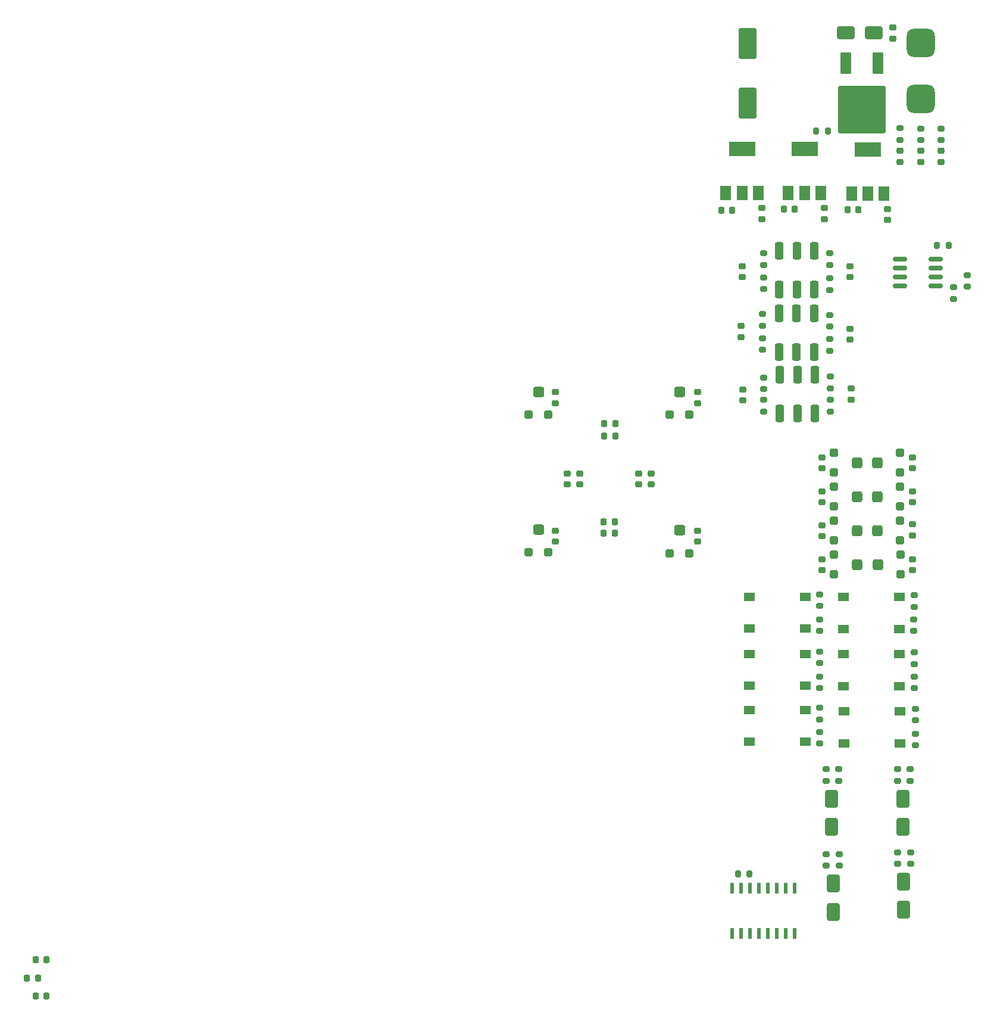
<source format=gbr>
%TF.GenerationSoftware,KiCad,Pcbnew,7.0.1-0*%
%TF.CreationDate,2023-04-25T11:16:22+01:00*%
%TF.ProjectId,Main-Craft-PCB,4d61696e-2d43-4726-9166-742d5043422e,rev?*%
%TF.SameCoordinates,Original*%
%TF.FileFunction,Paste,Top*%
%TF.FilePolarity,Positive*%
%FSLAX46Y46*%
G04 Gerber Fmt 4.6, Leading zero omitted, Abs format (unit mm)*
G04 Created by KiCad (PCBNEW 7.0.1-0) date 2023-04-25 11:16:22*
%MOMM*%
%LPD*%
G01*
G04 APERTURE LIST*
G04 Aperture macros list*
%AMRoundRect*
0 Rectangle with rounded corners*
0 $1 Rounding radius*
0 $2 $3 $4 $5 $6 $7 $8 $9 X,Y pos of 4 corners*
0 Add a 4 corners polygon primitive as box body*
4,1,4,$2,$3,$4,$5,$6,$7,$8,$9,$2,$3,0*
0 Add four circle primitives for the rounded corners*
1,1,$1+$1,$2,$3*
1,1,$1+$1,$4,$5*
1,1,$1+$1,$6,$7*
1,1,$1+$1,$8,$9*
0 Add four rect primitives between the rounded corners*
20,1,$1+$1,$2,$3,$4,$5,0*
20,1,$1+$1,$4,$5,$6,$7,0*
20,1,$1+$1,$6,$7,$8,$9,0*
20,1,$1+$1,$8,$9,$2,$3,0*%
G04 Aperture macros list end*
%ADD10RoundRect,0.300000X-0.300000X0.300000X-0.300000X-0.300000X0.300000X-0.300000X0.300000X0.300000X0*%
%ADD11RoundRect,0.375000X-0.375000X0.425000X-0.375000X-0.425000X0.375000X-0.425000X0.375000X0.425000X0*%
%ADD12RoundRect,0.218750X0.218750X0.256250X-0.218750X0.256250X-0.218750X-0.256250X0.218750X-0.256250X0*%
%ADD13RoundRect,0.200000X0.275000X-0.200000X0.275000X0.200000X-0.275000X0.200000X-0.275000X-0.200000X0*%
%ADD14RoundRect,0.250000X0.650000X-1.000000X0.650000X1.000000X-0.650000X1.000000X-0.650000X-1.000000X0*%
%ADD15RoundRect,0.225000X-0.250000X0.225000X-0.250000X-0.225000X0.250000X-0.225000X0.250000X0.225000X0*%
%ADD16RoundRect,0.218750X0.256250X-0.218750X0.256250X0.218750X-0.256250X0.218750X-0.256250X-0.218750X0*%
%ADD17RoundRect,0.225000X-0.225000X-0.250000X0.225000X-0.250000X0.225000X0.250000X-0.225000X0.250000X0*%
%ADD18RoundRect,0.200000X-0.275000X0.200000X-0.275000X-0.200000X0.275000X-0.200000X0.275000X0.200000X0*%
%ADD19RoundRect,0.218750X-0.218750X-0.256250X0.218750X-0.256250X0.218750X0.256250X-0.218750X0.256250X0*%
%ADD20R,1.550000X1.300000*%
%ADD21RoundRect,0.162500X0.825000X0.162500X-0.825000X0.162500X-0.825000X-0.162500X0.825000X-0.162500X0*%
%ADD22RoundRect,0.137500X-0.137500X0.662500X-0.137500X-0.662500X0.137500X-0.662500X0.137500X0.662500X0*%
%ADD23RoundRect,0.300000X0.300000X-0.950000X0.300000X0.950000X-0.300000X0.950000X-0.300000X-0.950000X0*%
%ADD24RoundRect,0.100000X0.700000X-1.400000X0.700000X1.400000X-0.700000X1.400000X-0.700000X-1.400000X0*%
%ADD25RoundRect,0.100000X3.250000X-3.250000X3.250000X3.250000X-3.250000X3.250000X-3.250000X-3.250000X0*%
%ADD26RoundRect,0.225000X0.250000X-0.225000X0.250000X0.225000X-0.250000X0.225000X-0.250000X-0.225000X0*%
%ADD27RoundRect,0.300000X0.300000X-0.300000X0.300000X0.300000X-0.300000X0.300000X-0.300000X-0.300000X0*%
%ADD28RoundRect,0.375000X0.375000X-0.425000X0.375000X0.425000X-0.375000X0.425000X-0.375000X-0.425000X0*%
%ADD29RoundRect,0.250000X-1.000000X-0.650000X1.000000X-0.650000X1.000000X0.650000X-1.000000X0.650000X0*%
%ADD30RoundRect,0.300000X-0.300000X-0.300000X0.300000X-0.300000X0.300000X0.300000X-0.300000X0.300000X0*%
%ADD31RoundRect,0.375000X-0.425000X-0.375000X0.425000X-0.375000X0.425000X0.375000X-0.425000X0.375000X0*%
%ADD32RoundRect,0.200000X-0.200000X-0.275000X0.200000X-0.275000X0.200000X0.275000X-0.200000X0.275000X0*%
%ADD33RoundRect,0.218750X-0.256250X0.218750X-0.256250X-0.218750X0.256250X-0.218750X0.256250X0.218750X0*%
%ADD34RoundRect,0.200000X0.200000X0.275000X-0.200000X0.275000X-0.200000X-0.275000X0.200000X-0.275000X0*%
%ADD35R,1.500000X2.000000*%
%ADD36R,3.800000X2.000000*%
%ADD37RoundRect,1.000000X-1.000000X1.000000X-1.000000X-1.000000X1.000000X-1.000000X1.000000X1.000000X0*%
%ADD38RoundRect,0.250000X-1.000000X1.950000X-1.000000X-1.950000X1.000000X-1.950000X1.000000X1.950000X0*%
G04 APERTURE END LIST*
D10*
%TO.C,RV8*%
X180467000Y-94990000D03*
D11*
X183717000Y-96390000D03*
D10*
X180467000Y-97790000D03*
%TD*%
D12*
%TO.C,D20*%
X149250500Y-91948000D03*
X147675500Y-91948000D03*
%TD*%
D13*
%TO.C,R30*%
X191897000Y-110517000D03*
X191897000Y-108867000D03*
%TD*%
D14*
%TO.C,D9*%
X180086000Y-133635000D03*
X180086000Y-129635000D03*
%TD*%
D15*
%TO.C,C6*%
X178764000Y-85963000D03*
X178764000Y-87513000D03*
%TD*%
D16*
%TO.C,D22*%
X154432000Y-84988500D03*
X154432000Y-83413500D03*
%TD*%
D17*
%TO.C,C33*%
X182359000Y-45974000D03*
X183909000Y-45974000D03*
%TD*%
D15*
%TO.C,C5*%
X178764000Y-81137000D03*
X178764000Y-82687000D03*
%TD*%
D18*
%TO.C,R54*%
X192786000Y-34379500D03*
X192786000Y-36029500D03*
%TD*%
D19*
%TO.C,D29*%
X65633500Y-155144000D03*
X67208500Y-155144000D03*
%TD*%
D18*
%TO.C,R17*%
X179832000Y-64326000D03*
X179832000Y-65976000D03*
%TD*%
%TO.C,R22*%
X179324000Y-137541000D03*
X179324000Y-139191000D03*
%TD*%
D15*
%TO.C,C32*%
X161036000Y-91554000D03*
X161036000Y-93104000D03*
%TD*%
D18*
%TO.C,R6*%
X170307000Y-60770000D03*
X170307000Y-62420000D03*
%TD*%
D19*
%TO.C,D31*%
X66878000Y-157734000D03*
X68453000Y-157734000D03*
%TD*%
D13*
%TO.C,R28*%
X178397000Y-118391000D03*
X178397000Y-116741000D03*
%TD*%
%TO.C,R27*%
X178397000Y-110390000D03*
X178397000Y-108740000D03*
%TD*%
D20*
%TO.C,BTN_3*%
X168415000Y-117058000D03*
X176365000Y-117058000D03*
X168415000Y-121558000D03*
X176365000Y-121558000D03*
%TD*%
D13*
%TO.C,R37*%
X191770000Y-105818000D03*
X191770000Y-104168000D03*
%TD*%
D21*
%TO.C,U5*%
X194942500Y-56769000D03*
X194942500Y-55499000D03*
X194942500Y-54229000D03*
X194942500Y-52959000D03*
X189867500Y-52959000D03*
X189867500Y-54229000D03*
X189867500Y-55499000D03*
X189867500Y-56769000D03*
%TD*%
D13*
%TO.C,R36*%
X178397000Y-121820000D03*
X178397000Y-120170000D03*
%TD*%
D22*
%TO.C,U4*%
X174879000Y-142344000D03*
X173609000Y-142344000D03*
X172339000Y-142344000D03*
X171069000Y-142344000D03*
X169799000Y-142344000D03*
X168529000Y-142344000D03*
X167259000Y-142344000D03*
X165989000Y-142344000D03*
X165989000Y-148844000D03*
X167259000Y-148844000D03*
X168529000Y-148844000D03*
X169799000Y-148844000D03*
X171069000Y-148844000D03*
X172339000Y-148844000D03*
X173609000Y-148844000D03*
X174879000Y-148844000D03*
%TD*%
D23*
%TO.C,SW_3*%
X172760000Y-69386000D03*
X172760000Y-74886000D03*
X175260000Y-69386000D03*
X175260000Y-74886000D03*
X177760000Y-69386000D03*
X177760000Y-74886000D03*
%TD*%
D15*
%TO.C,C12*%
X182753000Y-62839000D03*
X182753000Y-64389000D03*
%TD*%
D24*
%TO.C,Q15*%
X186704000Y-25100000D03*
D25*
X184404000Y-31750000D03*
D24*
X182104000Y-25100000D03*
%TD*%
D26*
%TO.C,C26*%
X140843000Y-73419000D03*
X140843000Y-71869000D03*
%TD*%
D10*
%TO.C,RV7*%
X180467000Y-90164000D03*
D11*
X183717000Y-91564000D03*
D10*
X180467000Y-92964000D03*
%TD*%
D13*
%TO.C,R4*%
X170434000Y-57213000D03*
X170434000Y-55563000D03*
%TD*%
D15*
%TO.C,C8*%
X178764000Y-95615000D03*
X178764000Y-97165000D03*
%TD*%
D10*
%TO.C,RV6*%
X180467000Y-85338000D03*
D11*
X183717000Y-86738000D03*
D10*
X180467000Y-88138000D03*
%TD*%
D18*
%TO.C,R9*%
X179959000Y-69660000D03*
X179959000Y-71310000D03*
%TD*%
D27*
%TO.C,RV4*%
X189939000Y-97793000D03*
D28*
X186689000Y-96393000D03*
D27*
X189939000Y-94993000D03*
%TD*%
D18*
%TO.C,R13*%
X191389000Y-137287000D03*
X191389000Y-138937000D03*
%TD*%
D29*
%TO.C,D30*%
X182150000Y-20828000D03*
X186150000Y-20828000D03*
%TD*%
D18*
%TO.C,R18*%
X170434000Y-72962000D03*
X170434000Y-74612000D03*
%TD*%
D30*
%TO.C,RV12*%
X157096000Y-94764000D03*
D31*
X158496000Y-91514000D03*
D30*
X159896000Y-94764000D03*
%TD*%
D20*
%TO.C,BTN_5*%
X181826000Y-109129000D03*
X189776000Y-109129000D03*
X181826000Y-113629000D03*
X189776000Y-113629000D03*
%TD*%
D19*
%TO.C,D28*%
X66878000Y-152554000D03*
X68453000Y-152554000D03*
%TD*%
D13*
%TO.C,R14*%
X170434000Y-53784000D03*
X170434000Y-52134000D03*
%TD*%
D32*
%TO.C,R1*%
X195136000Y-51054000D03*
X196786000Y-51054000D03*
%TD*%
D16*
%TO.C,D12*%
X142494000Y-84988500D03*
X142494000Y-83413500D03*
%TD*%
%TO.C,D11*%
X144272000Y-84988500D03*
X144272000Y-83413500D03*
%TD*%
D33*
%TO.C,D25*%
X195707000Y-37592000D03*
X195707000Y-39167000D03*
%TD*%
%TO.C,D26*%
X192786000Y-37592000D03*
X192786000Y-39167000D03*
%TD*%
D27*
%TO.C,RV1*%
X189864000Y-83312000D03*
D28*
X186614000Y-81912000D03*
D27*
X189864000Y-80512000D03*
%TD*%
D26*
%TO.C,C2*%
X191620000Y-87513000D03*
X191620000Y-85963000D03*
%TD*%
D13*
%TO.C,R35*%
X178397000Y-113946000D03*
X178397000Y-112296000D03*
%TD*%
D18*
%TO.C,R11*%
X191262000Y-125476000D03*
X191262000Y-127126000D03*
%TD*%
%TO.C,R19*%
X179959000Y-72962000D03*
X179959000Y-74612000D03*
%TD*%
D10*
%TO.C,RV5*%
X180467000Y-80512000D03*
D11*
X183717000Y-81912000D03*
D10*
X180467000Y-83312000D03*
%TD*%
D30*
%TO.C,RV9*%
X137030000Y-75079000D03*
D31*
X138430000Y-71829000D03*
D30*
X139830000Y-75079000D03*
%TD*%
D18*
%TO.C,R55*%
X189865000Y-34341000D03*
X189865000Y-35991000D03*
%TD*%
D14*
%TO.C,D10*%
X180340000Y-145732000D03*
X180340000Y-141732000D03*
%TD*%
D26*
%TO.C,C13*%
X167513000Y-73038000D03*
X167513000Y-71488000D03*
%TD*%
D23*
%TO.C,SW_1*%
X172673000Y-51816000D03*
X172673000Y-57316000D03*
X175173000Y-51816000D03*
X175173000Y-57316000D03*
X177673000Y-51816000D03*
X177673000Y-57316000D03*
%TD*%
D26*
%TO.C,C9*%
X167386000Y-55512000D03*
X167386000Y-53962000D03*
%TD*%
%TO.C,C11*%
X167259000Y-64021000D03*
X167259000Y-62471000D03*
%TD*%
D18*
%TO.C,R15*%
X179832000Y-55690000D03*
X179832000Y-57340000D03*
%TD*%
D12*
%TO.C,D19*%
X149250500Y-90297000D03*
X147675500Y-90297000D03*
%TD*%
D13*
%TO.C,R34*%
X178397000Y-105818000D03*
X178397000Y-104168000D03*
%TD*%
D18*
%TO.C,R2*%
X197485000Y-56960000D03*
X197485000Y-58610000D03*
%TD*%
D15*
%TO.C,C31*%
X161036000Y-71869000D03*
X161036000Y-73419000D03*
%TD*%
D18*
%TO.C,R21*%
X181102000Y-125476000D03*
X181102000Y-127126000D03*
%TD*%
D15*
%TO.C,C27*%
X140843000Y-91554000D03*
X140843000Y-93104000D03*
%TD*%
D12*
%TO.C,D23*%
X149377500Y-78105000D03*
X147802500Y-78105000D03*
%TD*%
D15*
%TO.C,C10*%
X182753000Y-53962000D03*
X182753000Y-55512000D03*
%TD*%
D13*
%TO.C,R31*%
X192024000Y-118518000D03*
X192024000Y-116868000D03*
%TD*%
D34*
%TO.C,R60*%
X179578000Y-34798000D03*
X177928000Y-34798000D03*
%TD*%
D30*
%TO.C,RV11*%
X157096000Y-75079000D03*
D31*
X158496000Y-71829000D03*
D30*
X159896000Y-75079000D03*
%TD*%
D26*
%TO.C,C4*%
X191620000Y-97165000D03*
X191620000Y-95615000D03*
%TD*%
D12*
%TO.C,D24*%
X149377500Y-76327000D03*
X147802500Y-76327000D03*
%TD*%
D27*
%TO.C,RV3*%
X189864000Y-92964000D03*
D28*
X186614000Y-91564000D03*
D27*
X189864000Y-90164000D03*
%TD*%
D15*
%TO.C,C28*%
X188101000Y-45809000D03*
X188101000Y-47359000D03*
%TD*%
%TO.C,C16*%
X188849000Y-20053000D03*
X188849000Y-21603000D03*
%TD*%
%TO.C,C7*%
X178764000Y-90789000D03*
X178764000Y-92339000D03*
%TD*%
D20*
%TO.C,BTN_6*%
X181915000Y-117257000D03*
X189865000Y-117257000D03*
X181915000Y-121757000D03*
X189865000Y-121757000D03*
%TD*%
D18*
%TO.C,R53*%
X195707000Y-34379500D03*
X195707000Y-36029500D03*
%TD*%
D16*
%TO.C,D21*%
X152654000Y-84988500D03*
X152654000Y-83413500D03*
%TD*%
D18*
%TO.C,R10*%
X189484000Y-125476000D03*
X189484000Y-127126000D03*
%TD*%
D13*
%TO.C,R26*%
X178397000Y-102262000D03*
X178397000Y-100612000D03*
%TD*%
D15*
%TO.C,C29*%
X179070000Y-45707000D03*
X179070000Y-47257000D03*
%TD*%
D14*
%TO.C,D7*%
X190246000Y-133635000D03*
X190246000Y-129635000D03*
%TD*%
D20*
%TO.C,BTN_2*%
X168453000Y-109093000D03*
X176403000Y-109093000D03*
X168453000Y-113593000D03*
X176403000Y-113593000D03*
%TD*%
D17*
%TO.C,C35*%
X164438000Y-45999000D03*
X165988000Y-45999000D03*
%TD*%
D26*
%TO.C,C1*%
X191620000Y-82687000D03*
X191620000Y-81137000D03*
%TD*%
D15*
%TO.C,C14*%
X182880000Y-71361000D03*
X182880000Y-72911000D03*
%TD*%
D32*
%TO.C,R3*%
X166815000Y-140335000D03*
X168465000Y-140335000D03*
%TD*%
D20*
%TO.C,BTN_4*%
X181826000Y-101001000D03*
X189776000Y-101001000D03*
X181826000Y-105501000D03*
X189776000Y-105501000D03*
%TD*%
D23*
%TO.C,SW_2*%
X172633000Y-60667000D03*
X172633000Y-66167000D03*
X175133000Y-60667000D03*
X175133000Y-66167000D03*
X177633000Y-60667000D03*
X177633000Y-66167000D03*
%TD*%
D18*
%TO.C,R23*%
X181229000Y-137541000D03*
X181229000Y-139191000D03*
%TD*%
D30*
%TO.C,RV10*%
X137030000Y-94637000D03*
D31*
X138430000Y-91387000D03*
D30*
X139830000Y-94637000D03*
%TD*%
D18*
%TO.C,R7*%
X179832000Y-60897000D03*
X179832000Y-62547000D03*
%TD*%
D35*
%TO.C,U11*%
X173962000Y-43561000D03*
X176262000Y-43561000D03*
X178562000Y-43561000D03*
D36*
X176262000Y-37261000D03*
%TD*%
D20*
%TO.C,BTN_1*%
X168453000Y-100965000D03*
X176403000Y-100965000D03*
X168453000Y-105465000D03*
X176403000Y-105465000D03*
%TD*%
D35*
%TO.C,U10*%
X182993000Y-43663000D03*
X185293000Y-43663000D03*
X187593000Y-43663000D03*
D36*
X185293000Y-37363000D03*
%TD*%
D18*
%TO.C,R12*%
X189484000Y-137287000D03*
X189484000Y-138937000D03*
%TD*%
D26*
%TO.C,C3*%
X191620000Y-92212000D03*
X191620000Y-90662000D03*
%TD*%
D18*
%TO.C,R5*%
X179832000Y-52134000D03*
X179832000Y-53784000D03*
%TD*%
D33*
%TO.C,D27*%
X189865000Y-37553500D03*
X189865000Y-39128500D03*
%TD*%
D18*
%TO.C,R8*%
X170434000Y-69787000D03*
X170434000Y-71437000D03*
%TD*%
D13*
%TO.C,R29*%
X191897000Y-102389000D03*
X191897000Y-100739000D03*
%TD*%
%TO.C,R39*%
X192024000Y-122074000D03*
X192024000Y-120424000D03*
%TD*%
D27*
%TO.C,RV2*%
X189864000Y-88138000D03*
D28*
X186614000Y-86738000D03*
D27*
X189864000Y-85338000D03*
%TD*%
D13*
%TO.C,R40*%
X199390000Y-56896000D03*
X199390000Y-55246000D03*
%TD*%
D18*
%TO.C,R20*%
X179324000Y-125476000D03*
X179324000Y-127126000D03*
%TD*%
D37*
%TO.C,J21*%
X192850000Y-22225000D03*
X192850000Y-30225000D03*
%TD*%
D17*
%TO.C,C34*%
X173328000Y-45872000D03*
X174878000Y-45872000D03*
%TD*%
D38*
%TO.C,C36*%
X168148000Y-22343000D03*
X168148000Y-30743000D03*
%TD*%
D35*
%TO.C,U12*%
X165072000Y-43561000D03*
X167372000Y-43561000D03*
X169672000Y-43561000D03*
D36*
X167372000Y-37261000D03*
%TD*%
D15*
%TO.C,C30*%
X170180000Y-45707000D03*
X170180000Y-47257000D03*
%TD*%
D14*
%TO.C,D8*%
X190373000Y-145446000D03*
X190373000Y-141446000D03*
%TD*%
D18*
%TO.C,R16*%
X170307000Y-64199000D03*
X170307000Y-65849000D03*
%TD*%
D13*
%TO.C,R38*%
X191897000Y-113946000D03*
X191897000Y-112296000D03*
%TD*%
M02*

</source>
